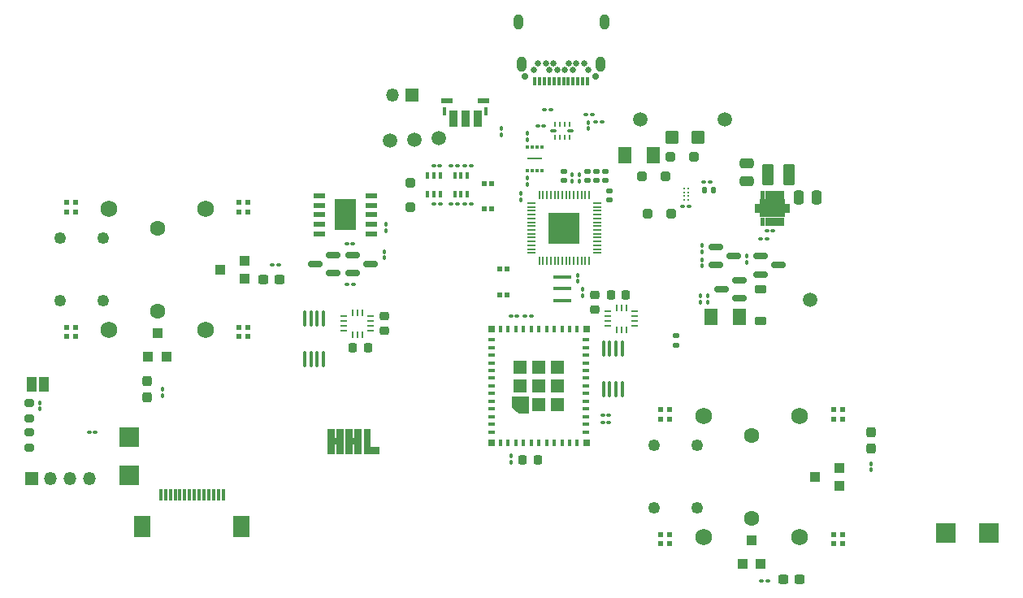
<source format=gbr>
G04 #@! TF.GenerationSoftware,KiCad,Pcbnew,7.0.6*
G04 #@! TF.CreationDate,2023-12-22T13:27:43-08:00*
G04 #@! TF.ProjectId,procon_gcc_main_pcb,70726f63-6f6e-45f6-9763-635f6d61696e,1*
G04 #@! TF.SameCoordinates,Original*
G04 #@! TF.FileFunction,Soldermask,Top*
G04 #@! TF.FilePolarity,Negative*
%FSLAX46Y46*%
G04 Gerber Fmt 4.6, Leading zero omitted, Abs format (unit mm)*
G04 Created by KiCad (PCBNEW 7.0.6) date 2023-12-22 13:27:43*
%MOMM*%
%LPD*%
G01*
G04 APERTURE LIST*
G04 Aperture macros list*
%AMRoundRect*
0 Rectangle with rounded corners*
0 $1 Rounding radius*
0 $2 $3 $4 $5 $6 $7 $8 $9 X,Y pos of 4 corners*
0 Add a 4 corners polygon primitive as box body*
4,1,4,$2,$3,$4,$5,$6,$7,$8,$9,$2,$3,0*
0 Add four circle primitives for the rounded corners*
1,1,$1+$1,$2,$3*
1,1,$1+$1,$4,$5*
1,1,$1+$1,$6,$7*
1,1,$1+$1,$8,$9*
0 Add four rect primitives between the rounded corners*
20,1,$1+$1,$2,$3,$4,$5,0*
20,1,$1+$1,$4,$5,$6,$7,0*
20,1,$1+$1,$6,$7,$8,$9,0*
20,1,$1+$1,$8,$9,$2,$3,0*%
G04 Aperture macros list end*
%ADD10C,0.010000*%
%ADD11C,0.025000*%
%ADD12RoundRect,0.100000X0.130000X0.100000X-0.130000X0.100000X-0.130000X-0.100000X0.130000X-0.100000X0*%
%ADD13RoundRect,0.250000X-0.250000X-0.475000X0.250000X-0.475000X0.250000X0.475000X-0.250000X0.475000X0*%
%ADD14O,0.400000X0.900000*%
%ADD15R,0.950000X1.700000*%
%ADD16R,0.900000X1.700000*%
%ADD17R,1.200000X0.600000*%
%ADD18R,1.000000X1.000000*%
%ADD19RoundRect,0.100000X0.100000X-0.130000X0.100000X0.130000X-0.100000X0.130000X-0.100000X-0.130000X0*%
%ADD20RoundRect,0.100000X-0.100000X0.130000X-0.100000X-0.130000X0.100000X-0.130000X0.100000X0.130000X0*%
%ADD21RoundRect,0.250000X0.250000X0.250000X-0.250000X0.250000X-0.250000X-0.250000X0.250000X-0.250000X0*%
%ADD22R,0.550000X0.550000*%
%ADD23RoundRect,0.225000X-0.375000X0.225000X-0.375000X-0.225000X0.375000X-0.225000X0.375000X0.225000X0*%
%ADD24RoundRect,0.225000X-0.250000X0.225000X-0.250000X-0.225000X0.250000X-0.225000X0.250000X0.225000X0*%
%ADD25RoundRect,0.140000X0.140000X0.170000X-0.140000X0.170000X-0.140000X-0.170000X0.140000X-0.170000X0*%
%ADD26RoundRect,0.100000X0.100000X-0.712500X0.100000X0.712500X-0.100000X0.712500X-0.100000X-0.712500X0*%
%ADD27RoundRect,0.237500X-0.237500X0.300000X-0.237500X-0.300000X0.237500X-0.300000X0.237500X0.300000X0*%
%ADD28R,0.400000X0.650000*%
%ADD29RoundRect,0.135000X0.185000X-0.135000X0.185000X0.135000X-0.185000X0.135000X-0.185000X-0.135000X0*%
%ADD30RoundRect,0.100000X-0.130000X-0.100000X0.130000X-0.100000X0.130000X0.100000X-0.130000X0.100000X0*%
%ADD31RoundRect,0.237500X0.300000X0.237500X-0.300000X0.237500X-0.300000X-0.237500X0.300000X-0.237500X0*%
%ADD32RoundRect,0.150000X0.587500X0.150000X-0.587500X0.150000X-0.587500X-0.150000X0.587500X-0.150000X0*%
%ADD33R,2.000000X2.000000*%
%ADD34RoundRect,0.050000X-0.387500X-0.050000X0.387500X-0.050000X0.387500X0.050000X-0.387500X0.050000X0*%
%ADD35RoundRect,0.050000X-0.050000X-0.387500X0.050000X-0.387500X0.050000X0.387500X-0.050000X0.387500X0*%
%ADD36R,3.200000X3.200000*%
%ADD37C,1.500000*%
%ADD38R,0.400000X0.800000*%
%ADD39R,0.800000X0.400000*%
%ADD40R,1.450000X1.450000*%
%ADD41R,0.700000X0.700000*%
%ADD42RoundRect,0.140000X0.170000X-0.140000X0.170000X0.140000X-0.170000X0.140000X-0.170000X-0.140000X0*%
%ADD43RoundRect,0.250000X-0.250000X-0.250000X0.250000X-0.250000X0.250000X0.250000X-0.250000X0.250000X0*%
%ADD44RoundRect,0.250001X0.462499X0.624999X-0.462499X0.624999X-0.462499X-0.624999X0.462499X-0.624999X0*%
%ADD45RoundRect,0.225000X0.225000X0.250000X-0.225000X0.250000X-0.225000X-0.250000X0.225000X-0.250000X0*%
%ADD46RoundRect,0.150000X-0.587500X-0.150000X0.587500X-0.150000X0.587500X0.150000X-0.587500X0.150000X0*%
%ADD47C,0.230000*%
%ADD48R,0.300000X0.400000*%
%ADD49R,1.600000X0.200000*%
%ADD50RoundRect,0.237500X-0.300000X-0.237500X0.300000X-0.237500X0.300000X0.237500X-0.300000X0.237500X0*%
%ADD51RoundRect,0.250000X0.450000X0.425000X-0.450000X0.425000X-0.450000X-0.425000X0.450000X-0.425000X0*%
%ADD52R,1.000000X1.500000*%
%ADD53R,1.350000X1.350000*%
%ADD54O,1.350000X1.350000*%
%ADD55R,1.900000X0.400000*%
%ADD56RoundRect,0.225000X-0.225000X-0.250000X0.225000X-0.250000X0.225000X0.250000X-0.225000X0.250000X0*%
%ADD57R,1.300000X0.600000*%
%ADD58R,2.300000X3.200000*%
%ADD59C,1.750000*%
%ADD60C,1.600000*%
%ADD61C,1.250000*%
%ADD62R,0.500000X0.550000*%
%ADD63RoundRect,0.140000X-0.170000X0.140000X-0.170000X-0.140000X0.170000X-0.140000X0.170000X0.140000X0*%
%ADD64R,0.300000X1.300000*%
%ADD65R,1.800000X2.200000*%
%ADD66RoundRect,0.200000X-0.275000X0.200000X-0.275000X-0.200000X0.275000X-0.200000X0.275000X0.200000X0*%
%ADD67C,0.700000*%
%ADD68R,0.300000X0.900000*%
%ADD69C,0.650000*%
%ADD70O,1.000000X1.600000*%
%ADD71RoundRect,0.050000X0.075000X-0.225000X0.075000X0.225000X-0.075000X0.225000X-0.075000X-0.225000X0*%
%ADD72RoundRect,0.050000X0.050000X-0.225000X0.050000X0.225000X-0.050000X0.225000X-0.050000X-0.225000X0*%
%ADD73RoundRect,0.050000X0.250000X-0.100000X0.250000X0.100000X-0.250000X0.100000X-0.250000X-0.100000X0*%
%ADD74R,0.745000X0.280000*%
%ADD75R,0.280000X0.745000*%
%ADD76RoundRect,0.250000X-0.375000X-0.850000X0.375000X-0.850000X0.375000X0.850000X-0.375000X0.850000X0*%
%ADD77RoundRect,0.250000X-0.250000X0.250000X-0.250000X-0.250000X0.250000X-0.250000X0.250000X0.250000X0*%
%ADD78RoundRect,0.200000X0.275000X-0.200000X0.275000X0.200000X-0.275000X0.200000X-0.275000X-0.200000X0*%
%ADD79RoundRect,0.250000X-0.475000X0.250000X-0.475000X-0.250000X0.475000X-0.250000X0.475000X0.250000X0*%
G04 APERTURE END LIST*
D10*
X135019200Y-133323800D02*
X133969200Y-133323800D01*
X133369200Y-132723800D01*
X133369200Y-131673800D01*
X135019200Y-131673800D01*
X135019200Y-133323800D01*
G36*
X135019200Y-133323800D02*
G01*
X133969200Y-133323800D01*
X133369200Y-132723800D01*
X133369200Y-131673800D01*
X135019200Y-131673800D01*
X135019200Y-133323800D01*
G37*
X161590000Y-110970000D02*
X161210000Y-110970000D01*
X161210000Y-110230000D01*
X161590000Y-110230000D01*
X161590000Y-110970000D01*
G36*
X161590000Y-110970000D02*
G01*
X161210000Y-110970000D01*
X161210000Y-110230000D01*
X161590000Y-110230000D01*
X161590000Y-110970000D01*
G37*
X161090000Y-110970000D02*
X160710000Y-110970000D01*
X160710000Y-110230000D01*
X161090000Y-110230000D01*
X161090000Y-110970000D01*
G36*
X161090000Y-110970000D02*
G01*
X160710000Y-110970000D01*
X160710000Y-110230000D01*
X161090000Y-110230000D01*
X161090000Y-110970000D01*
G37*
X160590000Y-110970000D02*
X160210000Y-110970000D01*
X160210000Y-110230000D01*
X160590000Y-110230000D01*
X160590000Y-110970000D01*
G36*
X160590000Y-110970000D02*
G01*
X160210000Y-110970000D01*
X160210000Y-110230000D01*
X160590000Y-110230000D01*
X160590000Y-110970000D01*
G37*
X160090000Y-110970000D02*
X159710000Y-110970000D01*
X159710000Y-110230000D01*
X160090000Y-110230000D01*
X160090000Y-110970000D01*
G36*
X160090000Y-110970000D02*
G01*
X159710000Y-110970000D01*
X159710000Y-110230000D01*
X160090000Y-110230000D01*
X160090000Y-110970000D01*
G37*
X159590000Y-110970000D02*
X159210000Y-110970000D01*
X159210000Y-110230000D01*
X159590000Y-110230000D01*
X159590000Y-110970000D01*
G36*
X159590000Y-110970000D02*
G01*
X159210000Y-110970000D01*
X159210000Y-110230000D01*
X159590000Y-110230000D01*
X159590000Y-110970000D01*
G37*
X161590000Y-113770000D02*
X161210000Y-113770000D01*
X161210000Y-113030000D01*
X161590000Y-113030000D01*
X161590000Y-113770000D01*
G36*
X161590000Y-113770000D02*
G01*
X161210000Y-113770000D01*
X161210000Y-113030000D01*
X161590000Y-113030000D01*
X161590000Y-113770000D01*
G37*
X161090000Y-113770000D02*
X160710000Y-113770000D01*
X160710000Y-113030000D01*
X161090000Y-113030000D01*
X161090000Y-113770000D01*
G36*
X161090000Y-113770000D02*
G01*
X160710000Y-113770000D01*
X160710000Y-113030000D01*
X161090000Y-113030000D01*
X161090000Y-113770000D01*
G37*
X160590000Y-113770000D02*
X160210000Y-113770000D01*
X160210000Y-113030000D01*
X160590000Y-113030000D01*
X160590000Y-113770000D01*
G36*
X160590000Y-113770000D02*
G01*
X160210000Y-113770000D01*
X160210000Y-113030000D01*
X160590000Y-113030000D01*
X160590000Y-113770000D01*
G37*
X160090000Y-113770000D02*
X159710000Y-113770000D01*
X159710000Y-113030000D01*
X160090000Y-113030000D01*
X160090000Y-113770000D01*
G36*
X160090000Y-113770000D02*
G01*
X159710000Y-113770000D01*
X159710000Y-113030000D01*
X160090000Y-113030000D01*
X160090000Y-113770000D01*
G37*
X159590000Y-113770000D02*
X159210000Y-113770000D01*
X159210000Y-113030000D01*
X159590000Y-113030000D01*
X159590000Y-113770000D01*
G36*
X159590000Y-113770000D02*
G01*
X159210000Y-113770000D01*
X159210000Y-113030000D01*
X159590000Y-113030000D01*
X159590000Y-113770000D01*
G37*
X161670000Y-111555000D02*
X162170000Y-111555000D01*
X162170000Y-111945000D01*
X161670000Y-111945000D01*
X161670000Y-112055000D01*
X162170000Y-112055000D01*
X162170000Y-112445000D01*
X161670000Y-112445000D01*
X161670000Y-112895000D01*
X159130000Y-112895000D01*
X159130000Y-112445000D01*
X158630000Y-112445000D01*
X158630000Y-112055000D01*
X159130000Y-112055000D01*
X159130000Y-111945000D01*
X158630000Y-111945000D01*
X158630000Y-111555000D01*
X159130000Y-111555000D01*
X159130000Y-111105000D01*
X161670000Y-111105000D01*
X161670000Y-111555000D01*
G36*
X161670000Y-111555000D02*
G01*
X162170000Y-111555000D01*
X162170000Y-111945000D01*
X161670000Y-111945000D01*
X161670000Y-112055000D01*
X162170000Y-112055000D01*
X162170000Y-112445000D01*
X161670000Y-112445000D01*
X161670000Y-112895000D01*
X159130000Y-112895000D01*
X159130000Y-112445000D01*
X158630000Y-112445000D01*
X158630000Y-112055000D01*
X159130000Y-112055000D01*
X159130000Y-111945000D01*
X158630000Y-111945000D01*
X158630000Y-111555000D01*
X159130000Y-111555000D01*
X159130000Y-111105000D01*
X161670000Y-111105000D01*
X161670000Y-111555000D01*
G37*
D11*
X118516400Y-136903898D02*
X119470355Y-136903898D01*
X119470355Y-137573267D01*
X117883741Y-137573267D01*
X117883741Y-135020095D01*
X118516400Y-135020095D01*
X118516400Y-136903898D01*
G36*
X118516400Y-136903898D02*
G01*
X119470355Y-136903898D01*
X119470355Y-137573267D01*
X117883741Y-137573267D01*
X117883741Y-135020095D01*
X118516400Y-135020095D01*
X118516400Y-136903898D01*
G37*
X115750266Y-137573267D02*
X115069405Y-137573267D01*
X115069405Y-136605145D01*
X114829749Y-136605145D01*
X114829749Y-137573267D01*
X114144449Y-137573267D01*
X114144449Y-135020615D01*
X114827463Y-135020095D01*
X114827463Y-135942897D01*
X115069405Y-135942897D01*
X115069405Y-135020095D01*
X115750266Y-135020095D01*
X115750266Y-137573267D01*
G36*
X115750266Y-137573267D02*
G01*
X115069405Y-137573267D01*
X115069405Y-136605145D01*
X114829749Y-136605145D01*
X114829749Y-137573267D01*
X114144449Y-137573267D01*
X114144449Y-135020615D01*
X114827463Y-135020095D01*
X114827463Y-135942897D01*
X115069405Y-135942897D01*
X115069405Y-135020095D01*
X115750266Y-135020095D01*
X115750266Y-137573267D01*
G37*
X117600266Y-137573267D02*
X116919405Y-137573267D01*
X116919405Y-136605145D01*
X116679749Y-136605145D01*
X116679749Y-137573267D01*
X115994449Y-137573267D01*
X115994449Y-135020615D01*
X116677463Y-135020095D01*
X116677463Y-135942897D01*
X116919405Y-135942897D01*
X116919405Y-135020095D01*
X117600266Y-135020095D01*
X117600266Y-137573267D01*
G36*
X117600266Y-137573267D02*
G01*
X116919405Y-137573267D01*
X116919405Y-136605145D01*
X116679749Y-136605145D01*
X116679749Y-137573267D01*
X115994449Y-137573267D01*
X115994449Y-135020615D01*
X116677463Y-135020095D01*
X116677463Y-135942897D01*
X116919405Y-135942897D01*
X116919405Y-135020095D01*
X117600266Y-135020095D01*
X117600266Y-137573267D01*
G37*
D12*
X89920000Y-135375000D03*
X89280000Y-135375000D03*
D13*
X163200000Y-110950000D03*
X165100000Y-110950000D03*
D14*
X126333519Y-101965000D03*
X130633519Y-101965000D03*
D15*
X127208519Y-102740000D03*
D16*
X128483519Y-102740000D03*
D15*
X129758519Y-102740000D03*
D17*
X126583519Y-100840000D03*
X130383519Y-100840000D03*
D18*
X105477000Y-119382600D03*
X105477000Y-117482600D03*
X102977000Y-118432600D03*
D19*
X153166600Y-116563800D03*
X153166600Y-115923800D03*
D20*
X139611100Y-108543094D03*
X139611100Y-109183094D03*
D21*
X149350000Y-108750000D03*
X146850000Y-108750000D03*
D22*
X166845200Y-133997000D03*
X167795200Y-133997000D03*
X167795200Y-133047000D03*
X166845200Y-133047000D03*
D23*
X159237200Y-120476000D03*
X159237200Y-123776000D03*
D24*
X120018689Y-123258755D03*
X120018689Y-124808755D03*
D19*
X153725400Y-121836400D03*
X153725400Y-121196400D03*
D25*
X154356400Y-110163000D03*
X153396400Y-110163000D03*
D19*
X170739623Y-139288477D03*
X170739623Y-138648477D03*
D26*
X111750200Y-127791700D03*
X112400200Y-127791700D03*
X113050200Y-127791700D03*
X113700200Y-127791700D03*
X113700200Y-123566700D03*
X113050200Y-123566700D03*
X112400200Y-123566700D03*
X111750200Y-123566700D03*
D27*
X95317457Y-130017891D03*
X95317457Y-131742891D03*
D28*
X124546600Y-110556100D03*
X125196600Y-110556100D03*
X125846600Y-110556100D03*
X125846600Y-108656100D03*
X125196600Y-108656100D03*
X124546600Y-108656100D03*
D29*
X150418800Y-126290800D03*
X150418800Y-125270800D03*
D30*
X142807000Y-133583600D03*
X143447000Y-133583600D03*
D31*
X163312504Y-150698757D03*
X161587504Y-150698757D03*
D22*
X86902000Y-112407600D03*
X87852000Y-112407600D03*
X87852000Y-111457600D03*
X86902000Y-111457600D03*
D12*
X127660800Y-111612700D03*
X127020800Y-111612700D03*
D32*
X157025100Y-121450400D03*
X157025100Y-119550400D03*
X155150100Y-120500400D03*
D19*
X134950900Y-104884294D03*
X134950900Y-104244294D03*
D33*
X183062000Y-145848750D03*
D34*
X135348200Y-111508094D03*
X135348200Y-111908094D03*
X135348200Y-112308094D03*
X135348200Y-112708094D03*
X135348200Y-113108094D03*
X135348200Y-113508094D03*
X135348200Y-113908094D03*
X135348200Y-114308094D03*
X135348200Y-114708094D03*
X135348200Y-115108094D03*
X135348200Y-115508094D03*
X135348200Y-115908094D03*
X135348200Y-116308094D03*
X135348200Y-116708094D03*
D35*
X136185700Y-117545594D03*
X136585700Y-117545594D03*
X136985700Y-117545594D03*
X137385700Y-117545594D03*
X137785700Y-117545594D03*
X138185700Y-117545594D03*
X138585700Y-117545594D03*
X138985700Y-117545594D03*
X139385700Y-117545594D03*
X139785700Y-117545594D03*
X140185700Y-117545594D03*
X140585700Y-117545594D03*
X140985700Y-117545594D03*
X141385700Y-117545594D03*
D34*
X142223200Y-116708094D03*
X142223200Y-116308094D03*
X142223200Y-115908094D03*
X142223200Y-115508094D03*
X142223200Y-115108094D03*
X142223200Y-114708094D03*
X142223200Y-114308094D03*
X142223200Y-113908094D03*
X142223200Y-113508094D03*
X142223200Y-113108094D03*
X142223200Y-112708094D03*
X142223200Y-112308094D03*
X142223200Y-111908094D03*
X142223200Y-111508094D03*
D35*
X141385700Y-110670594D03*
X140985700Y-110670594D03*
X140585700Y-110670594D03*
X140185700Y-110670594D03*
X139785700Y-110670594D03*
X139385700Y-110670594D03*
X138985700Y-110670594D03*
X138585700Y-110670594D03*
X138185700Y-110670594D03*
X137785700Y-110670594D03*
X137385700Y-110670594D03*
X136985700Y-110670594D03*
X136585700Y-110670594D03*
X136185700Y-110670594D03*
D36*
X138785700Y-114108094D03*
D22*
X104902000Y-125407600D03*
X105852000Y-125407600D03*
X105852000Y-124457600D03*
X104902000Y-124457600D03*
D37*
X146700000Y-102800000D03*
D38*
X132144200Y-136448800D03*
X132944200Y-136448800D03*
X133744200Y-136448800D03*
X134544200Y-136448800D03*
X135344200Y-136448800D03*
X136144200Y-136448800D03*
X136944200Y-136448800D03*
X137744200Y-136448800D03*
X138544200Y-136448800D03*
X139344200Y-136448800D03*
X140144200Y-136448800D03*
D39*
X141044200Y-135348800D03*
X141044200Y-134548800D03*
X141044200Y-133748800D03*
X141044200Y-132948800D03*
X141044200Y-132148800D03*
X141044200Y-131348800D03*
X141044200Y-130548800D03*
X141044200Y-129748800D03*
X141044200Y-128948800D03*
X141044200Y-128148800D03*
X141044200Y-127348800D03*
X141044200Y-126548800D03*
X141044200Y-125748800D03*
D38*
X140144200Y-124648800D03*
X139344200Y-124648800D03*
X138544200Y-124648800D03*
X137744200Y-124648800D03*
X136944200Y-124648800D03*
X136144200Y-124648800D03*
X135344200Y-124648800D03*
X134544200Y-124648800D03*
X133744200Y-124648800D03*
X132944200Y-124648800D03*
X132144200Y-124648800D03*
D39*
X131244200Y-125748800D03*
X131244200Y-126548800D03*
X131244200Y-127348800D03*
X131244200Y-128148800D03*
X131244200Y-128948800D03*
X131244200Y-129748800D03*
X131244200Y-130548800D03*
X131244200Y-131348800D03*
X131244200Y-132148800D03*
X131244200Y-132948800D03*
X131244200Y-133748800D03*
X131244200Y-134548800D03*
X131244200Y-135348800D03*
D40*
X136144200Y-130548800D03*
D41*
X131194200Y-124598800D03*
X141094200Y-124598800D03*
X141094200Y-136498800D03*
X131194200Y-136498800D03*
D40*
X136144200Y-132498800D03*
X138094200Y-132498800D03*
X138094200Y-130548800D03*
X138094200Y-128598800D03*
X136144200Y-128598800D03*
X134194200Y-128598800D03*
X134194200Y-130548800D03*
D42*
X142151100Y-109137294D03*
X142151100Y-108177294D03*
D30*
X125206800Y-111612700D03*
X125846800Y-111612700D03*
D43*
X147441600Y-112649000D03*
X149941600Y-112649000D03*
D44*
X148039338Y-106541120D03*
X145064338Y-106541120D03*
D33*
X93413992Y-139903200D03*
D21*
X152337120Y-106709987D03*
X149837120Y-106709987D03*
D19*
X134251700Y-111164294D03*
X134251700Y-110524294D03*
D37*
X123164600Y-104927400D03*
D20*
X141274800Y-103108800D03*
X141274800Y-103748800D03*
D30*
X125181400Y-107599500D03*
X125821400Y-107599500D03*
D12*
X143447000Y-134396400D03*
X142807000Y-134396400D03*
D20*
X152963400Y-121196400D03*
X152963400Y-121836400D03*
D30*
X116143023Y-119981101D03*
X116783023Y-119981101D03*
D45*
X118314100Y-126547002D03*
X116764100Y-126547002D03*
D18*
X157370200Y-149122000D03*
X159270200Y-149122000D03*
X158320200Y-146622000D03*
D44*
X157041700Y-123393200D03*
X154066700Y-123393200D03*
D46*
X154565900Y-116070600D03*
X154565900Y-117970600D03*
X156440900Y-117020600D03*
D20*
X140322300Y-108543094D03*
X140322300Y-109183094D03*
D47*
X151288800Y-109969400D03*
X151688800Y-109969400D03*
X151288800Y-110369400D03*
X151688800Y-110369400D03*
X151288800Y-110769400D03*
X151688800Y-110769400D03*
X151288800Y-111169400D03*
X151688800Y-111169400D03*
D48*
X134949500Y-108081894D03*
X135449500Y-108081894D03*
X135949500Y-108081894D03*
X136449500Y-108081894D03*
X136449500Y-105681894D03*
X135949500Y-105681894D03*
X135449500Y-105681894D03*
X134949500Y-105681894D03*
D49*
X135699500Y-106881894D03*
D50*
X107418809Y-119497056D03*
X109143809Y-119497056D03*
D30*
X142072400Y-103073200D03*
X142712400Y-103073200D03*
D51*
X152744334Y-104634540D03*
X150044334Y-104634540D03*
D22*
X148845200Y-146997000D03*
X149795200Y-146997000D03*
X149795200Y-146047000D03*
X148845200Y-146047000D03*
D46*
X116744723Y-116922901D03*
X116744723Y-118822901D03*
X118619723Y-117872901D03*
D52*
X83271600Y-130352800D03*
X84571600Y-130352800D03*
D24*
X141938323Y-121038129D03*
X141938323Y-122588129D03*
D53*
X83274400Y-140182600D03*
D54*
X85274400Y-140182600D03*
X87274400Y-140182600D03*
X89274400Y-140182600D03*
D30*
X136738400Y-101752400D03*
X137378400Y-101752400D03*
D19*
X134975600Y-109564094D03*
X134975600Y-108924094D03*
D30*
X116132423Y-115764701D03*
X116772423Y-115764701D03*
D55*
X138595100Y-119236494D03*
X138595100Y-120436494D03*
X138595100Y-121636494D03*
D42*
X143471900Y-111197294D03*
X143471900Y-110237294D03*
D22*
X104902000Y-112407600D03*
X105852000Y-112407600D03*
X105852000Y-111457600D03*
X104902000Y-111457600D03*
D12*
X136641800Y-103505000D03*
X136001800Y-103505000D03*
D56*
X134454600Y-138226800D03*
X136004600Y-138226800D03*
D27*
X170738456Y-135352081D03*
X170738456Y-137077081D03*
D20*
X84175600Y-132329400D03*
X84175600Y-132969400D03*
D22*
X166845200Y-146997000D03*
X167795200Y-146997000D03*
X167795200Y-146047000D03*
X166845200Y-146047000D03*
D28*
X127391400Y-110556100D03*
X128041400Y-110556100D03*
X128691400Y-110556100D03*
X128691400Y-108656100D03*
X128041400Y-108656100D03*
X127391400Y-108656100D03*
D57*
X113227302Y-110726102D03*
X113227302Y-111726102D03*
X113227302Y-112726102D03*
X113227302Y-113726102D03*
X113227302Y-114726102D03*
X118727302Y-114726102D03*
X118727302Y-113726102D03*
X118727302Y-112726102D03*
X118727302Y-111726102D03*
X118727302Y-110726102D03*
D58*
X115977302Y-112726102D03*
D30*
X159325629Y-150847756D03*
X159965629Y-150847756D03*
D59*
X153320200Y-133697000D03*
X153320200Y-146347000D03*
D60*
X158320200Y-135722000D03*
X158320200Y-144322000D03*
D59*
X163320200Y-133697000D03*
X163320200Y-146347000D03*
D61*
X152670200Y-136772000D03*
X152670200Y-143272000D03*
X148170200Y-136772000D03*
X148170200Y-143272000D03*
D32*
X114708123Y-118822901D03*
X114708123Y-116922901D03*
X112833123Y-117872901D03*
D12*
X133873200Y-123266200D03*
X133233200Y-123266200D03*
D62*
X130435400Y-112119800D03*
X131235400Y-112119800D03*
X130435400Y-109469800D03*
X131235400Y-109469800D03*
D18*
X95427000Y-127532600D03*
X97327000Y-127532600D03*
X96377000Y-125032600D03*
D30*
X108365401Y-117977059D03*
X109005401Y-117977059D03*
D56*
X143678194Y-121060800D03*
X145228194Y-121060800D03*
D63*
X143065500Y-108177294D03*
X143065500Y-109137294D03*
D30*
X153353200Y-109274000D03*
X153993200Y-109274000D03*
D19*
X140703300Y-121121094D03*
X140703300Y-120481094D03*
D20*
X120225902Y-113736302D03*
X120225902Y-114376302D03*
D63*
X138747500Y-108179894D03*
X138747500Y-109139894D03*
D53*
X122920000Y-100228400D03*
D54*
X120920000Y-100228400D03*
D37*
X120599200Y-104952800D03*
D63*
X141236700Y-108179894D03*
X141236700Y-109139894D03*
D64*
X96741205Y-141917846D03*
X97241205Y-141917846D03*
X97741205Y-141917846D03*
X98241205Y-141917846D03*
X98741205Y-141917846D03*
X99241205Y-141917846D03*
X99741205Y-141917846D03*
X100241205Y-141917846D03*
X100741205Y-141917846D03*
X101241205Y-141917846D03*
X101741205Y-141917846D03*
X102241205Y-141917846D03*
X102741205Y-141917846D03*
X103241205Y-141917846D03*
D65*
X94841205Y-145167846D03*
X105141205Y-145167846D03*
D46*
X159237200Y-117025600D03*
X159237200Y-118925600D03*
X161112200Y-117975600D03*
D37*
X155545200Y-102799400D03*
X125679200Y-104724200D03*
D66*
X83007200Y-132321800D03*
X83007200Y-133971800D03*
D12*
X127624800Y-107599500D03*
X126984800Y-107599500D03*
D67*
X142060000Y-98275000D03*
X134710000Y-98275000D03*
D68*
X141210000Y-98835000D03*
X140710000Y-98835000D03*
X140210000Y-98835000D03*
X139710000Y-98835000D03*
X139210000Y-98835000D03*
X138710000Y-98835000D03*
X138210000Y-98835000D03*
X137710000Y-98835000D03*
X137210000Y-98835000D03*
X136710000Y-98835000D03*
X136210000Y-98835000D03*
X135710000Y-98835000D03*
D69*
X135660000Y-97625000D03*
X136060000Y-96925000D03*
X136860000Y-96925000D03*
X137260000Y-97625000D03*
X137660000Y-96925000D03*
X138060000Y-97625000D03*
X138860000Y-97625000D03*
X139260000Y-96925000D03*
X139660000Y-97625000D03*
X140060000Y-96925000D03*
X140860000Y-96925000D03*
X141260000Y-97625000D03*
D70*
X142950000Y-92635000D03*
X142590000Y-97025000D03*
X134330000Y-97025000D03*
X133970000Y-92635000D03*
D71*
X137807000Y-104688000D03*
D72*
X138307000Y-104688000D03*
X138807000Y-104688000D03*
D71*
X139307000Y-104688000D03*
D73*
X139457000Y-104013000D03*
D71*
X139307000Y-103338000D03*
D72*
X138807000Y-103338000D03*
X138307000Y-103338000D03*
D71*
X137807000Y-103338000D03*
D73*
X137657000Y-104013000D03*
D26*
X142865200Y-130915900D03*
X143515200Y-130915900D03*
X144165200Y-130915900D03*
X144815200Y-130915900D03*
X144815200Y-126690900D03*
X144165200Y-126690900D03*
X143515200Y-126690900D03*
X142865200Y-126690900D03*
D62*
X132861000Y-118385200D03*
X132061000Y-118385200D03*
X132861000Y-121035200D03*
X132061000Y-121035200D03*
D30*
X128432600Y-107599500D03*
X129072600Y-107599500D03*
D19*
X140220700Y-119664294D03*
X140220700Y-119024294D03*
D20*
X96933652Y-130932363D03*
X96933652Y-131572363D03*
D19*
X133248400Y-138521400D03*
X133248400Y-137881400D03*
D22*
X86902000Y-125407600D03*
X87852000Y-125407600D03*
X87852000Y-124457600D03*
X86902000Y-124457600D03*
D74*
X146159800Y-124295600D03*
X146159800Y-123795600D03*
X146159800Y-123295600D03*
X146159800Y-122795600D03*
D75*
X145261800Y-122397600D03*
X144761800Y-122397600D03*
X144261800Y-122397600D03*
D74*
X143363800Y-122795600D03*
X143363800Y-123295600D03*
X143363800Y-123795600D03*
X143363800Y-124295600D03*
D75*
X144261800Y-124693600D03*
X144761800Y-124693600D03*
X145261800Y-124693600D03*
D30*
X128443200Y-111612700D03*
X129083200Y-111612700D03*
X151143400Y-111864800D03*
X151783400Y-111864800D03*
D20*
X157840200Y-117030800D03*
X157840200Y-117670800D03*
D74*
X115841200Y-123303600D03*
X115841200Y-123803600D03*
X115841200Y-124303600D03*
X115841200Y-124803600D03*
D75*
X116739200Y-125201600D03*
X117239200Y-125201600D03*
X117739200Y-125201600D03*
D74*
X118637200Y-124803600D03*
X118637200Y-124303600D03*
X118637200Y-123803600D03*
X118637200Y-123303600D03*
D75*
X117739200Y-122905600D03*
X117239200Y-122905600D03*
X116739200Y-122905600D03*
D76*
X160025000Y-108550000D03*
X162175000Y-108550000D03*
D20*
X132257800Y-103718400D03*
X132257800Y-104358400D03*
D59*
X91377000Y-112107600D03*
X91377000Y-124757600D03*
D60*
X96377000Y-114132600D03*
X96377000Y-122732600D03*
D59*
X101377000Y-112107600D03*
X101377000Y-124757600D03*
D61*
X90727000Y-115182600D03*
X90727000Y-121682600D03*
X86227000Y-115182600D03*
X86227000Y-121682600D03*
D12*
X160538077Y-114402950D03*
X159898077Y-114402950D03*
D77*
X122758200Y-109392400D03*
X122758200Y-111892400D03*
D18*
X167420200Y-140972000D03*
X167420200Y-139072000D03*
X164920200Y-140022000D03*
D78*
X83007200Y-137007600D03*
X83007200Y-135357600D03*
D30*
X159258348Y-115214226D03*
X159898348Y-115214226D03*
D22*
X148845200Y-133997000D03*
X149795200Y-133997000D03*
X149795200Y-133047000D03*
X148845200Y-133047000D03*
D19*
X153166600Y-118037000D03*
X153166600Y-117397000D03*
D33*
X93413992Y-135909304D03*
X178562000Y-145848750D03*
D79*
X157782026Y-107324670D03*
X157782026Y-109224670D03*
D37*
X164439600Y-121589800D03*
D30*
X141056400Y-102311200D03*
X141696400Y-102311200D03*
D20*
X120019023Y-116562301D03*
X120019023Y-117202301D03*
D12*
X135346400Y-123266200D03*
X134706400Y-123266200D03*
M02*

</source>
